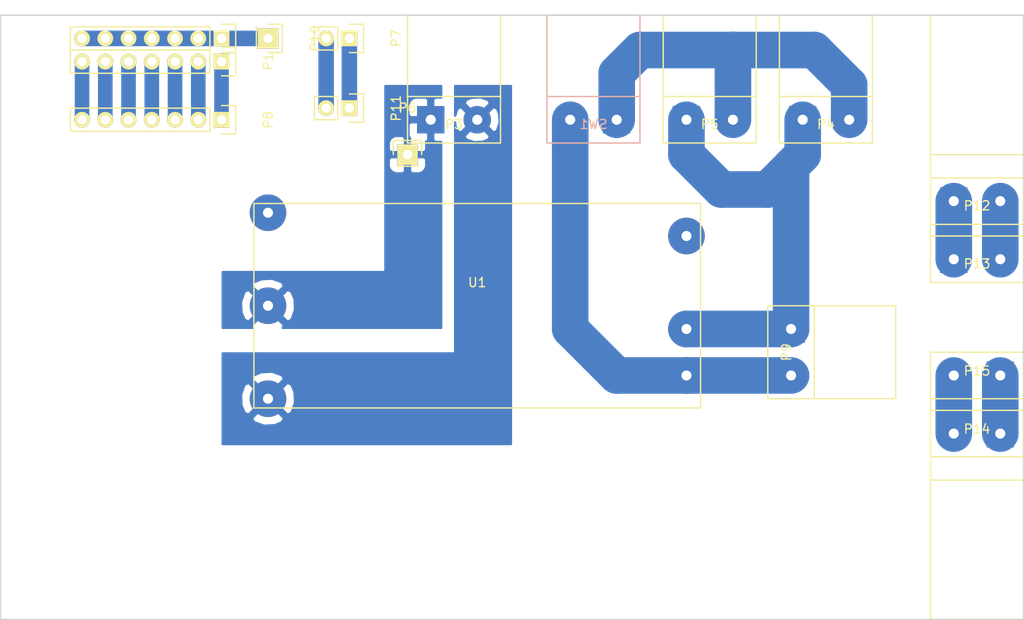
<source format=kicad_pcb>
(kicad_pcb (version 4) (host pcbnew 4.0.4-stable)

  (general
    (links 30)
    (no_connects 0)
    (area 45.644999 30.688571 158.355001 99.935001)
    (thickness 1.6)
    (drawings 4)
    (tracks 39)
    (zones 0)
    (modules 17)
    (nets 22)
  )

  (page A4)
  (layers
    (0 F.Cu signal)
    (31 B.Cu signal)
    (32 B.Adhes user)
    (33 F.Adhes user)
    (34 B.Paste user)
    (35 F.Paste user)
    (36 B.SilkS user)
    (37 F.SilkS user)
    (38 B.Mask user)
    (39 F.Mask user)
    (40 Dwgs.User user)
    (41 Cmts.User user)
    (42 Eco1.User user)
    (43 Eco2.User user)
    (44 Edge.Cuts user)
    (45 Margin user)
    (46 B.CrtYd user)
    (47 F.CrtYd user)
    (48 B.Fab user)
    (49 F.Fab user)
  )

  (setup
    (last_trace_width 1.6)
    (trace_clearance 0.8)
    (zone_clearance 0.8)
    (zone_45_only no)
    (trace_min 0.2)
    (segment_width 0.2)
    (edge_width 0.15)
    (via_size 0.6)
    (via_drill 0.4)
    (via_min_size 0.4)
    (via_min_drill 0.3)
    (uvia_size 0.3)
    (uvia_drill 0.1)
    (uvias_allowed no)
    (uvia_min_size 0.2)
    (uvia_min_drill 0.1)
    (pcb_text_width 0.3)
    (pcb_text_size 1.5 1.5)
    (mod_edge_width 0.15)
    (mod_text_size 1 1)
    (mod_text_width 0.15)
    (pad_size 1.7272 1.7272)
    (pad_drill 1.016)
    (pad_to_mask_clearance 0.2)
    (aux_axis_origin 45.72 99.06)
    (visible_elements FFFFFF7F)
    (pcbplotparams
      (layerselection 0x00000_80000000)
      (usegerberextensions false)
      (excludeedgelayer false)
      (linewidth 0.100000)
      (plotframeref false)
      (viasonmask false)
      (mode 1)
      (useauxorigin false)
      (hpglpennumber 1)
      (hpglpenspeed 20)
      (hpglpendiameter 15)
      (hpglpenoverlay 2)
      (psnegative false)
      (psa4output false)
      (plotreference false)
      (plotvalue false)
      (plotinvisibletext false)
      (padsonsilk false)
      (subtractmaskfromsilk false)
      (outputformat 1)
      (mirror false)
      (drillshape 0)
      (scaleselection 1)
      (outputdirectory ""))
  )

  (net 0 "")
  (net 1 "Net-(P1-Pad1)")
  (net 2 "Net-(P1-Pad2)")
  (net 3 "Net-(P1-Pad3)")
  (net 4 "Net-(P1-Pad4)")
  (net 5 "Net-(P1-Pad5)")
  (net 6 "Net-(P1-Pad6)")
  (net 7 "Net-(P1-Pad7)")
  (net 8 "Net-(P10-Pad1)")
  (net 9 "Net-(P11-Pad1)")
  (net 10 "Net-(P11-Pad2)")
  (net 11 "Net-(P12-Pad1)")
  (net 12 "Net-(P12-Pad2)")
  (net 13 "Net-(P14-Pad1)")
  (net 14 "Net-(P14-Pad2)")
  (net 15 "Net-(U1-Pad3)")
  (net 16 "Net-(U1-Pad6)")
  (net 17 /Vout-)
  (net 18 /Vout+)
  (net 19 /Batt-)
  (net 20 /Batt+)
  (net 21 /Vin+)

  (net_class Default "Ceci est la Netclass par défaut"
    (clearance 0.8)
    (trace_width 1.6)
    (via_dia 0.6)
    (via_drill 0.4)
    (uvia_dia 0.3)
    (uvia_drill 0.1)
    (add_net /Vout+)
    (add_net /Vout-)
    (add_net "Net-(P1-Pad1)")
    (add_net "Net-(P1-Pad2)")
    (add_net "Net-(P1-Pad3)")
    (add_net "Net-(P1-Pad4)")
    (add_net "Net-(P1-Pad5)")
    (add_net "Net-(P1-Pad6)")
    (add_net "Net-(P1-Pad7)")
    (add_net "Net-(P10-Pad1)")
    (add_net "Net-(P11-Pad1)")
    (add_net "Net-(P11-Pad2)")
    (add_net "Net-(U1-Pad3)")
    (add_net "Net-(U1-Pad6)")
  )

  (net_class Power ""
    (clearance 0.8)
    (trace_width 4)
    (via_dia 0.6)
    (via_drill 0.4)
    (uvia_dia 0.3)
    (uvia_drill 0.1)
    (add_net /Batt+)
    (add_net /Batt-)
    (add_net /Vin+)
    (add_net "Net-(P12-Pad1)")
    (add_net "Net-(P12-Pad2)")
    (add_net "Net-(P14-Pad1)")
    (add_net "Net-(P14-Pad2)")
  )

  (module robair:BornierMoteur (layer F.Cu) (tedit 58132CA6) (tstamp 58132E00)
    (at 152.4 78.74 180)
    (path /58132F6F)
    (fp_text reference P14 (at 0 0.5 180) (layer F.SilkS)
      (effects (font (size 1 1) (thickness 0.15)))
    )
    (fp_text value MOT1 (at 0 -0.5 180) (layer F.Fab)
      (effects (font (size 1 1) (thickness 0.15)))
    )
    (fp_line (start -5.08 -11.43) (end -5.08 -20.32) (layer F.SilkS) (width 0.15))
    (fp_line (start -5.08 -20.32) (end 5.08 -20.32) (layer F.SilkS) (width 0.15))
    (fp_line (start 5.08 -20.32) (end 5.08 -11.43) (layer F.SilkS) (width 0.15))
    (fp_line (start 5.08 -11.43) (end 5.08 -2.54) (layer F.SilkS) (width 0.15))
    (fp_line (start -5.08 -11.43) (end -5.08 -2.54) (layer F.SilkS) (width 0.15))
    (fp_line (start -5.08 -2.54) (end -5.08 2.54) (layer F.SilkS) (width 0.15))
    (fp_line (start -5.08 2.54) (end 5.08 2.54) (layer F.SilkS) (width 0.15))
    (fp_line (start 5.08 2.54) (end 5.08 -2.54) (layer F.SilkS) (width 0.15))
    (fp_line (start 5.08 -2.54) (end -5.08 -2.54) (layer F.SilkS) (width 0.15))
    (pad 1 thru_hole rect (at -2.54 0 180) (size 3 3) (drill 1.1) (layers *.Cu *.Mask)
      (net 13 "Net-(P14-Pad1)"))
    (pad 2 thru_hole circle (at 2.54 0 180) (size 3 3) (drill 1.1) (layers *.Cu *.Mask)
      (net 14 "Net-(P14-Pad2)"))
  )

  (module Pin_Headers:Pin_Header_Straight_1x07 (layer F.Cu) (tedit 0) (tstamp 58132D98)
    (at 69.85 38.1 270)
    (descr "Through hole pin header")
    (tags "pin header")
    (path /58133148)
    (fp_text reference P1 (at 0 -5.1 270) (layer F.SilkS)
      (effects (font (size 1 1) (thickness 0.15)))
    )
    (fp_text value AnArduinoOut (at 0 -3.1 270) (layer F.Fab)
      (effects (font (size 1 1) (thickness 0.15)))
    )
    (fp_line (start -1.75 -1.75) (end -1.75 17) (layer F.CrtYd) (width 0.05))
    (fp_line (start 1.75 -1.75) (end 1.75 17) (layer F.CrtYd) (width 0.05))
    (fp_line (start -1.75 -1.75) (end 1.75 -1.75) (layer F.CrtYd) (width 0.05))
    (fp_line (start -1.75 17) (end 1.75 17) (layer F.CrtYd) (width 0.05))
    (fp_line (start 1.27 1.27) (end 1.27 16.51) (layer F.SilkS) (width 0.15))
    (fp_line (start 1.27 16.51) (end -1.27 16.51) (layer F.SilkS) (width 0.15))
    (fp_line (start -1.27 16.51) (end -1.27 1.27) (layer F.SilkS) (width 0.15))
    (fp_line (start 1.55 -1.55) (end 1.55 0) (layer F.SilkS) (width 0.15))
    (fp_line (start 1.27 1.27) (end -1.27 1.27) (layer F.SilkS) (width 0.15))
    (fp_line (start -1.55 0) (end -1.55 -1.55) (layer F.SilkS) (width 0.15))
    (fp_line (start -1.55 -1.55) (end 1.55 -1.55) (layer F.SilkS) (width 0.15))
    (pad 1 thru_hole rect (at 0 0 270) (size 1.7272 1.7272) (drill 1.016) (layers *.Cu *.Mask F.SilkS)
      (net 1 "Net-(P1-Pad1)"))
    (pad 2 thru_hole oval (at 0 2.54 270) (size 1.7272 1.7272) (drill 1.016) (layers *.Cu *.Mask F.SilkS)
      (net 2 "Net-(P1-Pad2)"))
    (pad 3 thru_hole oval (at 0 5.08 270) (size 1.7272 1.7272) (drill 1.016) (layers *.Cu *.Mask F.SilkS)
      (net 3 "Net-(P1-Pad3)"))
    (pad 4 thru_hole oval (at 0 7.62 270) (size 1.7272 1.7272) (drill 1.016) (layers *.Cu *.Mask F.SilkS)
      (net 4 "Net-(P1-Pad4)"))
    (pad 5 thru_hole oval (at 0 10.16 270) (size 1.7272 1.7272) (drill 1.016) (layers *.Cu *.Mask F.SilkS)
      (net 5 "Net-(P1-Pad5)"))
    (pad 6 thru_hole oval (at 0 12.7 270) (size 1.7272 1.7272) (drill 1.016) (layers *.Cu *.Mask F.SilkS)
      (net 6 "Net-(P1-Pad6)"))
    (pad 7 thru_hole oval (at 0 15.24 270) (size 1.7272 1.7272) (drill 1.016) (layers *.Cu *.Mask F.SilkS)
      (net 7 "Net-(P1-Pad7)"))
    (model Pin_Headers.3dshapes/Pin_Header_Straight_1x07.wrl
      (at (xyz 0 -0.3 0))
      (scale (xyz 1 1 1))
      (rotate (xyz 0 0 90))
    )
  )

  (module Pin_Headers:Pin_Header_Straight_1x07 (layer F.Cu) (tedit 58133578) (tstamp 58132DA3)
    (at 69.85 35.56 270)
    (descr "Through hole pin header")
    (tags "pin header")
    (path /581330BF)
    (fp_text reference P2 (at 0 -5.1 270) (layer F.SilkS)
      (effects (font (size 1 1) (thickness 0.15)))
    )
    (fp_text value 5VArduino (at 0 -3.1 270) (layer F.Fab)
      (effects (font (size 1 1) (thickness 0.15)))
    )
    (fp_line (start -1.75 -1.75) (end -1.75 17) (layer F.CrtYd) (width 0.05))
    (fp_line (start 1.75 -1.75) (end 1.75 17) (layer F.CrtYd) (width 0.05))
    (fp_line (start -1.75 -1.75) (end 1.75 -1.75) (layer F.CrtYd) (width 0.05))
    (fp_line (start -1.75 17) (end 1.75 17) (layer F.CrtYd) (width 0.05))
    (fp_line (start 1.27 1.27) (end 1.27 16.51) (layer F.SilkS) (width 0.15))
    (fp_line (start 1.27 16.51) (end -1.27 16.51) (layer F.SilkS) (width 0.15))
    (fp_line (start -1.27 16.51) (end -1.27 1.27) (layer F.SilkS) (width 0.15))
    (fp_line (start 1.55 -1.55) (end 1.55 0) (layer F.SilkS) (width 0.15))
    (fp_line (start 1.27 1.27) (end -1.27 1.27) (layer F.SilkS) (width 0.15))
    (fp_line (start -1.55 0) (end -1.55 -1.55) (layer F.SilkS) (width 0.15))
    (fp_line (start -1.55 -1.55) (end 1.55 -1.55) (layer F.SilkS) (width 0.15))
    (pad 1 thru_hole rect (at 0 0 270) (size 1.7272 1.7272) (drill 1.016) (layers *.Cu *.Mask F.SilkS)
      (net 8 "Net-(P10-Pad1)"))
    (pad 2 thru_hole oval (at 0 2.54 270) (size 1.7272 1.7272) (drill 1.016) (layers *.Cu *.Mask F.SilkS)
      (net 8 "Net-(P10-Pad1)"))
    (pad 3 thru_hole oval (at 0 5.08 270) (size 1.7272 1.7272) (drill 1.016) (layers *.Cu *.Mask F.SilkS)
      (net 8 "Net-(P10-Pad1)"))
    (pad 4 thru_hole oval (at 0 7.62 270) (size 1.7272 1.7272) (drill 1.016) (layers *.Cu *.Mask F.SilkS)
      (net 8 "Net-(P10-Pad1)"))
    (pad 5 thru_hole oval (at 0 10.16 270) (size 1.7272 1.7272) (drill 1.016) (layers *.Cu *.Mask F.SilkS)
      (net 8 "Net-(P10-Pad1)"))
    (pad 6 thru_hole oval (at 0 12.7 270) (size 1.7272 1.7272) (drill 1.016) (layers *.Cu *.Mask F.SilkS)
      (net 8 "Net-(P10-Pad1)"))
    (pad 7 thru_hole oval (at 0 15.24 270) (size 1.7272 1.7272) (drill 1.016) (layers *.Cu *.Mask F.SilkS)
      (net 8 "Net-(P10-Pad1)"))
    (model Pin_Headers.3dshapes/Pin_Header_Straight_1x07.wrl
      (at (xyz 0 -0.3 0))
      (scale (xyz 1 1 1))
      (rotate (xyz 0 0 90))
    )
  )

  (module robair:Bornier5mm (layer F.Cu) (tedit 58132C20) (tstamp 58132DAF)
    (at 135.89 44.45)
    (path /580E83AB)
    (fp_text reference P4 (at 0 0.5) (layer F.SilkS)
      (effects (font (size 1 1) (thickness 0.15)))
    )
    (fp_text value Chargeur (at 0 -0.5) (layer F.Fab)
      (effects (font (size 1 1) (thickness 0.15)))
    )
    (fp_line (start -5.08 -11.43) (end 5.08 -11.43) (layer F.SilkS) (width 0.15))
    (fp_line (start 5.08 -11.43) (end 5.08 -2.54) (layer F.SilkS) (width 0.15))
    (fp_line (start -5.08 -11.43) (end -5.08 -2.54) (layer F.SilkS) (width 0.15))
    (fp_line (start -5.08 -2.54) (end -5.08 2.54) (layer F.SilkS) (width 0.15))
    (fp_line (start -5.08 2.54) (end 5.08 2.54) (layer F.SilkS) (width 0.15))
    (fp_line (start 5.08 2.54) (end 5.08 -2.54) (layer F.SilkS) (width 0.15))
    (fp_line (start 5.08 -2.54) (end -5.08 -2.54) (layer F.SilkS) (width 0.15))
    (pad 1 thru_hole rect (at -2.54 0) (size 3 3) (drill 1.1) (layers *.Cu *.Mask)
      (net 19 /Batt-))
    (pad 2 thru_hole circle (at 2.54 0) (size 3 3) (drill 1.1) (layers *.Cu *.Mask)
      (net 20 /Batt+))
  )

  (module robair:Bornier5mm (layer F.Cu) (tedit 58132C20) (tstamp 58132DB5)
    (at 123.19 44.45)
    (path /580E7176)
    (fp_text reference P5 (at 0 0.5) (layer F.SilkS)
      (effects (font (size 1 1) (thickness 0.15)))
    )
    (fp_text value Batt (at 0 -0.5) (layer F.Fab)
      (effects (font (size 1 1) (thickness 0.15)))
    )
    (fp_line (start -5.08 -11.43) (end 5.08 -11.43) (layer F.SilkS) (width 0.15))
    (fp_line (start 5.08 -11.43) (end 5.08 -2.54) (layer F.SilkS) (width 0.15))
    (fp_line (start -5.08 -11.43) (end -5.08 -2.54) (layer F.SilkS) (width 0.15))
    (fp_line (start -5.08 -2.54) (end -5.08 2.54) (layer F.SilkS) (width 0.15))
    (fp_line (start -5.08 2.54) (end 5.08 2.54) (layer F.SilkS) (width 0.15))
    (fp_line (start 5.08 2.54) (end 5.08 -2.54) (layer F.SilkS) (width 0.15))
    (fp_line (start 5.08 -2.54) (end -5.08 -2.54) (layer F.SilkS) (width 0.15))
    (pad 1 thru_hole rect (at -2.54 0) (size 3 3) (drill 1.1) (layers *.Cu *.Mask)
      (net 19 /Batt-))
    (pad 2 thru_hole circle (at 2.54 0) (size 3 3) (drill 1.1) (layers *.Cu *.Mask)
      (net 20 /Batt+))
  )

  (module Pin_Headers:Pin_Header_Straight_1x01 (layer F.Cu) (tedit 54EA08DC) (tstamp 58132DBA)
    (at 90.17 48.26)
    (descr "Through hole pin header")
    (tags "pin header")
    (path /580E9830)
    (fp_text reference P6 (at 0 -5.1) (layer F.SilkS)
      (effects (font (size 1 1) (thickness 0.15)))
    )
    (fp_text value "Arduino GND" (at 0 -3.1) (layer F.Fab)
      (effects (font (size 1 1) (thickness 0.15)))
    )
    (fp_line (start 1.55 -1.55) (end 1.55 0) (layer F.SilkS) (width 0.15))
    (fp_line (start -1.75 -1.75) (end -1.75 1.75) (layer F.CrtYd) (width 0.05))
    (fp_line (start 1.75 -1.75) (end 1.75 1.75) (layer F.CrtYd) (width 0.05))
    (fp_line (start -1.75 -1.75) (end 1.75 -1.75) (layer F.CrtYd) (width 0.05))
    (fp_line (start -1.75 1.75) (end 1.75 1.75) (layer F.CrtYd) (width 0.05))
    (fp_line (start -1.55 0) (end -1.55 -1.55) (layer F.SilkS) (width 0.15))
    (fp_line (start -1.55 -1.55) (end 1.55 -1.55) (layer F.SilkS) (width 0.15))
    (fp_line (start -1.27 1.27) (end 1.27 1.27) (layer F.SilkS) (width 0.15))
    (pad 1 thru_hole rect (at 0 0) (size 2.2352 2.2352) (drill 1.016) (layers *.Cu *.Mask F.SilkS)
      (net 17 /Vout-))
    (model Pin_Headers.3dshapes/Pin_Header_Straight_1x01.wrl
      (at (xyz 0 0 0))
      (scale (xyz 1 1 1))
      (rotate (xyz 0 0 90))
    )
  )

  (module Pin_Headers:Pin_Header_Straight_1x02 (layer F.Cu) (tedit 54EA090C) (tstamp 58132DC0)
    (at 83.82 35.56 270)
    (descr "Through hole pin header")
    (tags "pin header")
    (path /58132636)
    (fp_text reference P7 (at 0 -5.1 270) (layer F.SilkS)
      (effects (font (size 1 1) (thickness 0.15)))
    )
    (fp_text value PWM/Yeux (at 0 -3.1 270) (layer F.Fab)
      (effects (font (size 1 1) (thickness 0.15)))
    )
    (fp_line (start 1.27 1.27) (end 1.27 3.81) (layer F.SilkS) (width 0.15))
    (fp_line (start 1.55 -1.55) (end 1.55 0) (layer F.SilkS) (width 0.15))
    (fp_line (start -1.75 -1.75) (end -1.75 4.3) (layer F.CrtYd) (width 0.05))
    (fp_line (start 1.75 -1.75) (end 1.75 4.3) (layer F.CrtYd) (width 0.05))
    (fp_line (start -1.75 -1.75) (end 1.75 -1.75) (layer F.CrtYd) (width 0.05))
    (fp_line (start -1.75 4.3) (end 1.75 4.3) (layer F.CrtYd) (width 0.05))
    (fp_line (start 1.27 1.27) (end -1.27 1.27) (layer F.SilkS) (width 0.15))
    (fp_line (start -1.55 0) (end -1.55 -1.55) (layer F.SilkS) (width 0.15))
    (fp_line (start -1.55 -1.55) (end 1.55 -1.55) (layer F.SilkS) (width 0.15))
    (fp_line (start -1.27 1.27) (end -1.27 3.81) (layer F.SilkS) (width 0.15))
    (fp_line (start -1.27 3.81) (end 1.27 3.81) (layer F.SilkS) (width 0.15))
    (pad 1 thru_hole rect (at 0 0 270) (size 1.7272 1.7272) (drill 1.016) (layers *.Cu *.Mask F.SilkS)
      (net 9 "Net-(P11-Pad1)"))
    (pad 2 thru_hole oval (at 0 2.54 270) (size 1.7272 1.7272) (drill 1.016) (layers *.Cu *.Mask F.SilkS)
      (net 10 "Net-(P11-Pad2)"))
    (model Pin_Headers.3dshapes/Pin_Header_Straight_1x02.wrl
      (at (xyz 0 -0.05 0))
      (scale (xyz 1 1 1))
      (rotate (xyz 0 0 90))
    )
  )

  (module Pin_Headers:Pin_Header_Straight_1x07 (layer F.Cu) (tedit 0) (tstamp 58132DCB)
    (at 69.85 44.45 270)
    (descr "Through hole pin header")
    (tags "pin header")
    (path /581331A1)
    (fp_text reference P8 (at 0 -5.1 270) (layer F.SilkS)
      (effects (font (size 1 1) (thickness 0.15)))
    )
    (fp_text value AnArduinoIn (at 0 -3.1 270) (layer F.Fab)
      (effects (font (size 1 1) (thickness 0.15)))
    )
    (fp_line (start -1.75 -1.75) (end -1.75 17) (layer F.CrtYd) (width 0.05))
    (fp_line (start 1.75 -1.75) (end 1.75 17) (layer F.CrtYd) (width 0.05))
    (fp_line (start -1.75 -1.75) (end 1.75 -1.75) (layer F.CrtYd) (width 0.05))
    (fp_line (start -1.75 17) (end 1.75 17) (layer F.CrtYd) (width 0.05))
    (fp_line (start 1.27 1.27) (end 1.27 16.51) (layer F.SilkS) (width 0.15))
    (fp_line (start 1.27 16.51) (end -1.27 16.51) (layer F.SilkS) (width 0.15))
    (fp_line (start -1.27 16.51) (end -1.27 1.27) (layer F.SilkS) (width 0.15))
    (fp_line (start 1.55 -1.55) (end 1.55 0) (layer F.SilkS) (width 0.15))
    (fp_line (start 1.27 1.27) (end -1.27 1.27) (layer F.SilkS) (width 0.15))
    (fp_line (start -1.55 0) (end -1.55 -1.55) (layer F.SilkS) (width 0.15))
    (fp_line (start -1.55 -1.55) (end 1.55 -1.55) (layer F.SilkS) (width 0.15))
    (pad 1 thru_hole rect (at 0 0 270) (size 1.7272 1.7272) (drill 1.016) (layers *.Cu *.Mask F.SilkS)
      (net 1 "Net-(P1-Pad1)"))
    (pad 2 thru_hole oval (at 0 2.54 270) (size 1.7272 1.7272) (drill 1.016) (layers *.Cu *.Mask F.SilkS)
      (net 2 "Net-(P1-Pad2)"))
    (pad 3 thru_hole oval (at 0 5.08 270) (size 1.7272 1.7272) (drill 1.016) (layers *.Cu *.Mask F.SilkS)
      (net 3 "Net-(P1-Pad3)"))
    (pad 4 thru_hole oval (at 0 7.62 270) (size 1.7272 1.7272) (drill 1.016) (layers *.Cu *.Mask F.SilkS)
      (net 4 "Net-(P1-Pad4)"))
    (pad 5 thru_hole oval (at 0 10.16 270) (size 1.7272 1.7272) (drill 1.016) (layers *.Cu *.Mask F.SilkS)
      (net 5 "Net-(P1-Pad5)"))
    (pad 6 thru_hole oval (at 0 12.7 270) (size 1.7272 1.7272) (drill 1.016) (layers *.Cu *.Mask F.SilkS)
      (net 6 "Net-(P1-Pad6)"))
    (pad 7 thru_hole oval (at 0 15.24 270) (size 1.7272 1.7272) (drill 1.016) (layers *.Cu *.Mask F.SilkS)
      (net 7 "Net-(P1-Pad7)"))
    (model Pin_Headers.3dshapes/Pin_Header_Straight_1x07.wrl
      (at (xyz 0 -0.3 0))
      (scale (xyz 1 1 1))
      (rotate (xyz 0 0 90))
    )
  )

  (module robair:Bornier5mm (layer F.Cu) (tedit 58132C20) (tstamp 58132DD1)
    (at 132.08 69.85 270)
    (path /5812FBFC)
    (fp_text reference P9 (at 0 0.5 270) (layer F.SilkS)
      (effects (font (size 1 1) (thickness 0.15)))
    )
    (fp_text value MD49 (at 0 -0.5 270) (layer F.Fab)
      (effects (font (size 1 1) (thickness 0.15)))
    )
    (fp_line (start -5.08 -11.43) (end 5.08 -11.43) (layer F.SilkS) (width 0.15))
    (fp_line (start 5.08 -11.43) (end 5.08 -2.54) (layer F.SilkS) (width 0.15))
    (fp_line (start -5.08 -11.43) (end -5.08 -2.54) (layer F.SilkS) (width 0.15))
    (fp_line (start -5.08 -2.54) (end -5.08 2.54) (layer F.SilkS) (width 0.15))
    (fp_line (start -5.08 2.54) (end 5.08 2.54) (layer F.SilkS) (width 0.15))
    (fp_line (start 5.08 2.54) (end 5.08 -2.54) (layer F.SilkS) (width 0.15))
    (fp_line (start 5.08 -2.54) (end -5.08 -2.54) (layer F.SilkS) (width 0.15))
    (pad 1 thru_hole rect (at -2.54 0 270) (size 3 3) (drill 1.1) (layers *.Cu *.Mask)
      (net 19 /Batt-))
    (pad 2 thru_hole circle (at 2.54 0 270) (size 3 3) (drill 1.1) (layers *.Cu *.Mask)
      (net 21 /Vin+))
  )

  (module Pin_Headers:Pin_Header_Straight_1x01 (layer F.Cu) (tedit 54EA08DC) (tstamp 58132DD6)
    (at 74.93 35.56 270)
    (descr "Through hole pin header")
    (tags "pin header")
    (path /58133235)
    (fp_text reference P10 (at 0 -5.1 270) (layer F.SilkS)
      (effects (font (size 1 1) (thickness 0.15)))
    )
    (fp_text value "Arduino 5V" (at 0 -3.1 270) (layer F.Fab)
      (effects (font (size 1 1) (thickness 0.15)))
    )
    (fp_line (start 1.55 -1.55) (end 1.55 0) (layer F.SilkS) (width 0.15))
    (fp_line (start -1.75 -1.75) (end -1.75 1.75) (layer F.CrtYd) (width 0.05))
    (fp_line (start 1.75 -1.75) (end 1.75 1.75) (layer F.CrtYd) (width 0.05))
    (fp_line (start -1.75 -1.75) (end 1.75 -1.75) (layer F.CrtYd) (width 0.05))
    (fp_line (start -1.75 1.75) (end 1.75 1.75) (layer F.CrtYd) (width 0.05))
    (fp_line (start -1.55 0) (end -1.55 -1.55) (layer F.SilkS) (width 0.15))
    (fp_line (start -1.55 -1.55) (end 1.55 -1.55) (layer F.SilkS) (width 0.15))
    (fp_line (start -1.27 1.27) (end 1.27 1.27) (layer F.SilkS) (width 0.15))
    (pad 1 thru_hole rect (at 0 0 270) (size 2.2352 2.2352) (drill 1.016) (layers *.Cu *.Mask F.SilkS)
      (net 8 "Net-(P10-Pad1)"))
    (model Pin_Headers.3dshapes/Pin_Header_Straight_1x01.wrl
      (at (xyz 0 0 0))
      (scale (xyz 1 1 1))
      (rotate (xyz 0 0 90))
    )
  )

  (module Pin_Headers:Pin_Header_Straight_1x02 (layer F.Cu) (tedit 58133835) (tstamp 58132DDC)
    (at 83.82 43.18 270)
    (descr "Through hole pin header")
    (tags "pin header")
    (path /58132684)
    (fp_text reference P11 (at 0 -5.1 270) (layer F.SilkS)
      (effects (font (size 1 1) (thickness 0.15)))
    )
    (fp_text value "Arduino S/Y" (at 0 -3.1 270) (layer F.Fab)
      (effects (font (size 1 1) (thickness 0.15)))
    )
    (fp_line (start 1.27 1.27) (end 1.27 3.81) (layer F.SilkS) (width 0.15))
    (fp_line (start 1.55 -1.55) (end 1.55 0) (layer F.SilkS) (width 0.15))
    (fp_line (start -1.75 -1.75) (end -1.75 4.3) (layer F.CrtYd) (width 0.05))
    (fp_line (start 1.75 -1.75) (end 1.75 4.3) (layer F.CrtYd) (width 0.05))
    (fp_line (start -1.75 -1.75) (end 1.75 -1.75) (layer F.CrtYd) (width 0.05))
    (fp_line (start -1.75 4.3) (end 1.75 4.3) (layer F.CrtYd) (width 0.05))
    (fp_line (start 1.27 1.27) (end -1.27 1.27) (layer F.SilkS) (width 0.15))
    (fp_line (start -1.55 0) (end -1.55 -1.55) (layer F.SilkS) (width 0.15))
    (fp_line (start -1.55 -1.55) (end 1.55 -1.55) (layer F.SilkS) (width 0.15))
    (fp_line (start -1.27 1.27) (end -1.27 3.81) (layer F.SilkS) (width 0.15))
    (fp_line (start -1.27 3.81) (end 1.27 3.81) (layer F.SilkS) (width 0.15))
    (pad 1 thru_hole rect (at 0 0 270) (size 1.7272 1.7272) (drill 1.016) (layers *.Cu *.Mask F.SilkS)
      (net 9 "Net-(P11-Pad1)"))
    (pad 2 thru_hole oval (at 0 2.54 270) (size 1.7272 1.7272) (drill 1.016) (layers *.Cu *.Mask F.SilkS)
      (net 10 "Net-(P11-Pad2)"))
    (model Pin_Headers.3dshapes/Pin_Header_Straight_1x02.wrl
      (at (xyz 0 -0.05 0))
      (scale (xyz 1 1 1))
      (rotate (xyz 0 0 90))
    )
  )

  (module robair:BornierMoteur (layer F.Cu) (tedit 58132CA6) (tstamp 58132DEB)
    (at 152.4 53.34)
    (path /58132EB3)
    (fp_text reference P12 (at 0 0.5) (layer F.SilkS)
      (effects (font (size 1 1) (thickness 0.15)))
    )
    (fp_text value MOT2 (at 0 -0.5) (layer F.Fab)
      (effects (font (size 1 1) (thickness 0.15)))
    )
    (fp_line (start -5.08 -11.43) (end -5.08 -20.32) (layer F.SilkS) (width 0.15))
    (fp_line (start -5.08 -20.32) (end 5.08 -20.32) (layer F.SilkS) (width 0.15))
    (fp_line (start 5.08 -20.32) (end 5.08 -11.43) (layer F.SilkS) (width 0.15))
    (fp_line (start 5.08 -11.43) (end 5.08 -2.54) (layer F.SilkS) (width 0.15))
    (fp_line (start -5.08 -11.43) (end -5.08 -2.54) (layer F.SilkS) (width 0.15))
    (fp_line (start -5.08 -2.54) (end -5.08 2.54) (layer F.SilkS) (width 0.15))
    (fp_line (start -5.08 2.54) (end 5.08 2.54) (layer F.SilkS) (width 0.15))
    (fp_line (start 5.08 2.54) (end 5.08 -2.54) (layer F.SilkS) (width 0.15))
    (fp_line (start 5.08 -2.54) (end -5.08 -2.54) (layer F.SilkS) (width 0.15))
    (pad 1 thru_hole rect (at -2.54 0) (size 3 3) (drill 1.1) (layers *.Cu *.Mask)
      (net 11 "Net-(P12-Pad1)"))
    (pad 2 thru_hole circle (at 2.54 0) (size 3 3) (drill 1.1) (layers *.Cu *.Mask)
      (net 12 "Net-(P12-Pad2)"))
  )

  (module robair:Bornier5mm (layer F.Cu) (tedit 58132C20) (tstamp 58132DF1)
    (at 152.4 59.69)
    (path /58132DA5)
    (fp_text reference P13 (at 0 0.5) (layer F.SilkS)
      (effects (font (size 1 1) (thickness 0.15)))
    )
    (fp_text value MOT2 (at 0 -0.5) (layer F.Fab)
      (effects (font (size 1 1) (thickness 0.15)))
    )
    (fp_line (start -5.08 -11.43) (end 5.08 -11.43) (layer F.SilkS) (width 0.15))
    (fp_line (start 5.08 -11.43) (end 5.08 -2.54) (layer F.SilkS) (width 0.15))
    (fp_line (start -5.08 -11.43) (end -5.08 -2.54) (layer F.SilkS) (width 0.15))
    (fp_line (start -5.08 -2.54) (end -5.08 2.54) (layer F.SilkS) (width 0.15))
    (fp_line (start -5.08 2.54) (end 5.08 2.54) (layer F.SilkS) (width 0.15))
    (fp_line (start 5.08 2.54) (end 5.08 -2.54) (layer F.SilkS) (width 0.15))
    (fp_line (start 5.08 -2.54) (end -5.08 -2.54) (layer F.SilkS) (width 0.15))
    (pad 1 thru_hole rect (at -2.54 0) (size 3 3) (drill 1.1) (layers *.Cu *.Mask)
      (net 11 "Net-(P12-Pad1)"))
    (pad 2 thru_hole circle (at 2.54 0) (size 3 3) (drill 1.1) (layers *.Cu *.Mask)
      (net 12 "Net-(P12-Pad2)"))
  )

  (module robair:Bornier5mm (layer F.Cu) (tedit 58132C20) (tstamp 58132E06)
    (at 152.4 72.39 180)
    (path /58132C46)
    (fp_text reference P15 (at 0 0.5 180) (layer F.SilkS)
      (effects (font (size 1 1) (thickness 0.15)))
    )
    (fp_text value MOT1 (at 0 -0.5 180) (layer F.Fab)
      (effects (font (size 1 1) (thickness 0.15)))
    )
    (fp_line (start -5.08 -11.43) (end 5.08 -11.43) (layer F.SilkS) (width 0.15))
    (fp_line (start 5.08 -11.43) (end 5.08 -2.54) (layer F.SilkS) (width 0.15))
    (fp_line (start -5.08 -11.43) (end -5.08 -2.54) (layer F.SilkS) (width 0.15))
    (fp_line (start -5.08 -2.54) (end -5.08 2.54) (layer F.SilkS) (width 0.15))
    (fp_line (start -5.08 2.54) (end 5.08 2.54) (layer F.SilkS) (width 0.15))
    (fp_line (start 5.08 2.54) (end 5.08 -2.54) (layer F.SilkS) (width 0.15))
    (fp_line (start 5.08 -2.54) (end -5.08 -2.54) (layer F.SilkS) (width 0.15))
    (pad 1 thru_hole rect (at -2.54 0 180) (size 3 3) (drill 1.1) (layers *.Cu *.Mask)
      (net 13 "Net-(P14-Pad1)"))
    (pad 2 thru_hole circle (at 2.54 0 180) (size 3 3) (drill 1.1) (layers *.Cu *.Mask)
      (net 14 "Net-(P14-Pad2)"))
  )

  (module robair:Bornier5mm (layer B.Cu) (tedit 58132C20) (tstamp 58132E0C)
    (at 110.49 44.45 180)
    (path /580E8376)
    (fp_text reference SW1 (at 0 -0.5 180) (layer B.SilkS)
      (effects (font (size 1 1) (thickness 0.15)) (justify mirror))
    )
    (fp_text value SPST (at 0 0.5 180) (layer B.Fab)
      (effects (font (size 1 1) (thickness 0.15)) (justify mirror))
    )
    (fp_line (start -5.08 11.43) (end 5.08 11.43) (layer B.SilkS) (width 0.15))
    (fp_line (start 5.08 11.43) (end 5.08 2.54) (layer B.SilkS) (width 0.15))
    (fp_line (start -5.08 11.43) (end -5.08 2.54) (layer B.SilkS) (width 0.15))
    (fp_line (start -5.08 2.54) (end -5.08 -2.54) (layer B.SilkS) (width 0.15))
    (fp_line (start -5.08 -2.54) (end 5.08 -2.54) (layer B.SilkS) (width 0.15))
    (fp_line (start 5.08 -2.54) (end 5.08 2.54) (layer B.SilkS) (width 0.15))
    (fp_line (start 5.08 2.54) (end -5.08 2.54) (layer B.SilkS) (width 0.15))
    (pad 1 thru_hole rect (at -2.54 0 180) (size 3 3) (drill 1.1) (layers *.Cu *.Mask)
      (net 20 /Batt+))
    (pad 2 thru_hole circle (at 2.54 0 180) (size 3 3) (drill 1.1) (layers *.Cu *.Mask)
      (net 21 /Vin+))
  )

  (module robair:UEI30-050-Q12P-C (layer F.Cu) (tedit 580F7BD8) (tstamp 58132E16)
    (at 97.79 64.77)
    (path /580E8F18)
    (fp_text reference U1 (at 0 -2.54) (layer F.SilkS)
      (effects (font (size 1 1) (thickness 0.15)))
    )
    (fp_text value UEI30-050-Q12P-C (at 0 -3.81) (layer F.Fab)
      (effects (font (size 1 1) (thickness 0.15)))
    )
    (fp_line (start -24.4 0.08) (end -24.4 -11.17) (layer F.SilkS) (width 0.15))
    (fp_line (start -24.4 -11.17) (end 24.4 -11.17) (layer F.SilkS) (width 0.15))
    (fp_line (start 24.4 -11.17) (end 24.4 11.17) (layer F.SilkS) (width 0.15))
    (fp_line (start 24.4 11.17) (end -24.4 11.17) (layer F.SilkS) (width 0.15))
    (fp_line (start -24.4 11.17) (end -24.4 0) (layer F.SilkS) (width 0.15))
    (pad 5 thru_hole circle (at -22.86 0) (size 4 4) (drill 1.1) (layers *.Cu *.Mask)
      (net 17 /Vout-))
    (pad 2 thru_hole circle (at 22.86 2.54) (size 4 4) (drill 1.1) (layers *.Cu *.Mask)
      (net 19 /Batt-))
    (pad 1 thru_hole circle (at 22.86 7.62) (size 4 4) (drill 1.1) (layers *.Cu *.Mask)
      (net 21 /Vin+))
    (pad 3 thru_hole circle (at 22.86 -7.62) (size 4 4) (drill 1.1) (layers *.Cu *.Mask)
      (net 15 "Net-(U1-Pad3)"))
    (pad 6 thru_hole circle (at -22.86 -10.16) (size 4 4) (drill 1.1) (layers *.Cu *.Mask)
      (net 16 "Net-(U1-Pad6)"))
    (pad 4 thru_hole circle (at -22.86 10.16) (size 4 4) (drill 1.1) (layers *.Cu *.Mask)
      (net 18 /Vout+))
  )

  (module robair:Bornier5mm (layer F.Cu) (tedit 58132C20) (tstamp 581334AD)
    (at 95.25 44.45)
    (path /580E71DF)
    (fp_text reference P3 (at 0 0.5) (layer F.SilkS)
      (effects (font (size 1 1) (thickness 0.15)))
    )
    (fp_text value "5V haut" (at 0 -0.5) (layer F.Fab)
      (effects (font (size 1 1) (thickness 0.15)))
    )
    (fp_line (start -5.08 -11.43) (end 5.08 -11.43) (layer F.SilkS) (width 0.15))
    (fp_line (start 5.08 -11.43) (end 5.08 -2.54) (layer F.SilkS) (width 0.15))
    (fp_line (start -5.08 -11.43) (end -5.08 -2.54) (layer F.SilkS) (width 0.15))
    (fp_line (start -5.08 -2.54) (end -5.08 2.54) (layer F.SilkS) (width 0.15))
    (fp_line (start -5.08 2.54) (end 5.08 2.54) (layer F.SilkS) (width 0.15))
    (fp_line (start 5.08 2.54) (end 5.08 -2.54) (layer F.SilkS) (width 0.15))
    (fp_line (start 5.08 -2.54) (end -5.08 -2.54) (layer F.SilkS) (width 0.15))
    (pad 1 thru_hole rect (at -2.54 0) (size 3 3) (drill 1.1) (layers *.Cu *.Mask)
      (net 17 /Vout-))
    (pad 2 thru_hole circle (at 2.54 0) (size 3 3) (drill 1.1) (layers *.Cu *.Mask)
      (net 18 /Vout+))
  )

  (gr_line (start 45.72 99.06) (end 45.72 33.02) (angle 90) (layer Edge.Cuts) (width 0.15))
  (gr_line (start 157.48 99.06) (end 45.72 99.06) (angle 90) (layer Edge.Cuts) (width 0.15))
  (gr_line (start 157.48 33.02) (end 157.48 99.06) (angle 90) (layer Edge.Cuts) (width 0.15))
  (gr_line (start 45.72 33.02) (end 157.48 33.02) (angle 90) (layer Edge.Cuts) (width 0.15))

  (segment (start 69.85 44.45) (end 69.85 38.1) (width 1.6) (layer B.Cu) (net 1))
  (segment (start 67.31 44.45) (end 67.31 38.1) (width 1.6) (layer B.Cu) (net 2))
  (segment (start 64.77 44.45) (end 64.77 38.1) (width 1.6) (layer B.Cu) (net 3))
  (segment (start 62.23 44.45) (end 62.23 38.1) (width 1.6) (layer B.Cu) (net 4))
  (segment (start 59.69 38.1) (end 59.69 44.45) (width 1.6) (layer B.Cu) (net 5))
  (segment (start 57.15 38.1) (end 57.15 44.45) (width 1.6) (layer B.Cu) (net 6))
  (segment (start 54.61 44.45) (end 54.61 38.1) (width 1.6) (layer B.Cu) (net 7))
  (segment (start 54.61 35.56) (end 57.15 35.56) (width 1.7) (layer B.Cu) (net 8))
  (segment (start 59.69 35.56) (end 57.15 35.56) (width 1.7) (layer B.Cu) (net 8))
  (segment (start 62.23 35.56) (end 59.69 35.56) (width 1.7) (layer B.Cu) (net 8))
  (segment (start 64.77 35.56) (end 62.23 35.56) (width 1.7) (layer B.Cu) (net 8))
  (segment (start 67.31 35.56) (end 64.77 35.56) (width 1.7) (layer B.Cu) (net 8))
  (segment (start 74.93 35.56) (end 69.85 35.56) (width 1.7) (layer B.Cu) (net 8))
  (segment (start 69.85 35.56) (end 67.31 35.56) (width 1.7) (layer B.Cu) (net 8) (tstamp 5813393E))
  (segment (start 83.82 43.18) (end 83.82 35.56) (width 1.7) (layer B.Cu) (net 9))
  (segment (start 81.28 35.56) (end 81.28 43.18) (width 1.7) (layer B.Cu) (net 10))
  (segment (start 149.86 53.34) (end 149.86 59.69) (width 4) (layer B.Cu) (net 11))
  (segment (start 154.94 53.34) (end 154.94 59.69) (width 4) (layer B.Cu) (net 12))
  (segment (start 154.94 78.74) (end 154.94 72.39) (width 4) (layer B.Cu) (net 13))
  (segment (start 149.86 72.39) (end 149.86 78.74) (width 4) (layer B.Cu) (net 14))
  (segment (start 120.65 44.45) (end 120.65 48.26) (width 4) (layer B.Cu) (net 19))
  (segment (start 129.54 52.07) (end 133.35 48.26) (width 4) (layer B.Cu) (net 19) (tstamp 581331F0))
  (segment (start 124.46 52.07) (end 129.54 52.07) (width 4) (layer B.Cu) (net 19) (tstamp 581331E8))
  (segment (start 120.65 48.26) (end 124.46 52.07) (width 4) (layer B.Cu) (net 19) (tstamp 581331E3))
  (segment (start 132.08 67.31) (end 132.08 49.53) (width 4) (layer B.Cu) (net 19))
  (segment (start 133.35 48.26) (end 133.35 44.45) (width 4) (layer B.Cu) (net 19) (tstamp 581331F7))
  (segment (start 132.08 49.53) (end 133.35 48.26) (width 4) (layer B.Cu) (net 19) (tstamp 581331FD))
  (segment (start 132.08 67.31) (end 120.65 67.31) (width 4) (layer B.Cu) (net 19))
  (segment (start 125.73 44.45) (end 125.73 36.83) (width 4) (layer B.Cu) (net 20))
  (segment (start 113.03 44.45) (end 113.03 39.37) (width 4) (layer B.Cu) (net 20))
  (segment (start 113.03 39.37) (end 115.57 36.83) (width 4) (layer B.Cu) (net 20) (tstamp 5813320F))
  (segment (start 115.57 36.83) (end 125.73 36.83) (width 4) (layer B.Cu) (net 20) (tstamp 58133212))
  (segment (start 138.43 40.64) (end 138.43 44.45) (width 4) (layer B.Cu) (net 20) (tstamp 58133217))
  (segment (start 134.62 36.83) (end 138.43 40.64) (width 4) (layer B.Cu) (net 20) (tstamp 58133214))
  (segment (start 125.73 36.83) (end 134.62 36.83) (width 4) (layer B.Cu) (net 20) (tstamp 5813321C))
  (segment (start 120.65 72.39) (end 113.03 72.39) (width 4) (layer B.Cu) (net 21))
  (segment (start 107.95 67.31) (end 107.95 44.45) (width 4) (layer B.Cu) (net 21) (tstamp 5813320A))
  (segment (start 113.03 72.39) (end 107.95 67.31) (width 4) (layer B.Cu) (net 21) (tstamp 58133207))
  (segment (start 120.65 72.39) (end 132.08 72.39) (width 4) (layer B.Cu) (net 21))

  (zone (net 18) (net_name /Vout+) (layer B.Cu) (tstamp 581337B1) (hatch edge 0.508)
    (connect_pads (clearance 0.8))
    (min_thickness 0.254)
    (fill yes (arc_segments 16) (thermal_gap 0.8) (thermal_bridge_width 0.8))
    (polygon
      (pts
        (xy 101.6 80.01) (xy 69.85 80.01) (xy 69.85 69.85) (xy 95.25 69.85) (xy 95.25 40.64)
        (xy 101.6 40.64)
      )
    )
    (filled_polygon
      (pts
        (xy 101.473 79.883) (xy 69.977 79.883) (xy 69.977 77.059821) (xy 73.186259 77.059821) (xy 73.404064 77.494726)
        (xy 74.501698 77.883449) (xy 75.664535 77.822535) (xy 76.455936 77.494726) (xy 76.673741 77.059821) (xy 74.93 75.31608)
        (xy 73.186259 77.059821) (xy 69.977 77.059821) (xy 69.977 74.501698) (xy 71.976551 74.501698) (xy 72.037465 75.664535)
        (xy 72.365274 76.455936) (xy 72.800179 76.673741) (xy 74.54392 74.93) (xy 75.31608 74.93) (xy 77.059821 76.673741)
        (xy 77.494726 76.455936) (xy 77.883449 75.358302) (xy 77.822535 74.195465) (xy 77.494726 73.404064) (xy 77.059821 73.186259)
        (xy 75.31608 74.93) (xy 74.54392 74.93) (xy 72.800179 73.186259) (xy 72.365274 73.404064) (xy 71.976551 74.501698)
        (xy 69.977 74.501698) (xy 69.977 72.800179) (xy 73.186259 72.800179) (xy 74.93 74.54392) (xy 76.673741 72.800179)
        (xy 76.455936 72.365274) (xy 75.358302 71.976551) (xy 74.195465 72.037465) (xy 73.404064 72.365274) (xy 73.186259 72.800179)
        (xy 69.977 72.800179) (xy 69.977 69.977) (xy 95.25 69.977) (xy 95.29941 69.966994) (xy 95.341035 69.938553)
        (xy 95.368315 69.896159) (xy 95.377 69.85) (xy 95.377 46.217145) (xy 96.408935 46.217145) (xy 96.565237 46.600197)
        (xy 97.481312 46.90522) (xy 98.444381 46.836457) (xy 99.014763 46.600197) (xy 99.171065 46.217145) (xy 97.79 44.83608)
        (xy 96.408935 46.217145) (xy 95.377 46.217145) (xy 95.377 44.73263) (xy 95.403543 45.104381) (xy 95.639803 45.674763)
        (xy 96.022855 45.831065) (xy 97.40392 44.45) (xy 98.17608 44.45) (xy 99.557145 45.831065) (xy 99.940197 45.674763)
        (xy 100.24522 44.758688) (xy 100.176457 43.795619) (xy 99.940197 43.225237) (xy 99.557145 43.068935) (xy 98.17608 44.45)
        (xy 97.40392 44.45) (xy 96.022855 43.068935) (xy 95.639803 43.225237) (xy 95.377 44.014513) (xy 95.377 42.682855)
        (xy 96.408935 42.682855) (xy 97.79 44.06392) (xy 99.171065 42.682855) (xy 99.014763 42.299803) (xy 98.098688 41.99478)
        (xy 97.135619 42.063543) (xy 96.565237 42.299803) (xy 96.408935 42.682855) (xy 95.377 42.682855) (xy 95.377 40.767)
        (xy 101.473 40.767)
      )
    )
  )
  (zone (net 17) (net_name /Vout-) (layer B.Cu) (tstamp 581337D2) (hatch edge 0.508)
    (connect_pads (clearance 0.8))
    (min_thickness 0.254)
    (fill yes (arc_segments 16) (thermal_gap 0.8) (thermal_bridge_width 0.8))
    (polygon
      (pts
        (xy 93.98 67.31) (xy 69.85 67.31) (xy 69.85 60.96) (xy 87.63 60.96) (xy 87.63 40.64)
        (xy 93.98 40.64)
      )
    )
    (filled_polygon
      (pts
        (xy 93.853 42.023) (xy 93.21475 42.023) (xy 92.983 42.25475) (xy 92.983 44.177) (xy 93.003 44.177)
        (xy 93.003 44.723) (xy 92.983 44.723) (xy 92.983 46.64525) (xy 93.21475 46.877) (xy 93.853 46.877)
        (xy 93.853 67.183) (xy 76.531922 67.183) (xy 76.673741 66.899821) (xy 74.93 65.15608) (xy 73.186259 66.899821)
        (xy 73.328078 67.183) (xy 69.977 67.183) (xy 69.977 64.341698) (xy 71.976551 64.341698) (xy 72.037465 65.504535)
        (xy 72.365274 66.295936) (xy 72.800179 66.513741) (xy 74.54392 64.77) (xy 75.31608 64.77) (xy 77.059821 66.513741)
        (xy 77.494726 66.295936) (xy 77.883449 65.198302) (xy 77.822535 64.035465) (xy 77.494726 63.244064) (xy 77.059821 63.026259)
        (xy 75.31608 64.77) (xy 74.54392 64.77) (xy 72.800179 63.026259) (xy 72.365274 63.244064) (xy 71.976551 64.341698)
        (xy 69.977 64.341698) (xy 69.977 62.640179) (xy 73.186259 62.640179) (xy 74.93 64.38392) (xy 76.673741 62.640179)
        (xy 76.455936 62.205274) (xy 75.358302 61.816551) (xy 74.195465 61.877465) (xy 73.404064 62.205274) (xy 73.186259 62.640179)
        (xy 69.977 62.640179) (xy 69.977 61.087) (xy 87.63 61.087) (xy 87.67941 61.076994) (xy 87.721035 61.048553)
        (xy 87.748315 61.006159) (xy 87.757 60.96) (xy 87.757 48.76475) (xy 88.1254 48.76475) (xy 88.1254 49.561992)
        (xy 88.266527 49.902703) (xy 88.527296 50.163473) (xy 88.868008 50.3046) (xy 89.66525 50.3046) (xy 89.897 50.07285)
        (xy 89.897 48.533) (xy 90.443 48.533) (xy 90.443 50.07285) (xy 90.67475 50.3046) (xy 91.471992 50.3046)
        (xy 91.812704 50.163473) (xy 92.073473 49.902703) (xy 92.2146 49.561992) (xy 92.2146 48.76475) (xy 91.98285 48.533)
        (xy 90.443 48.533) (xy 89.897 48.533) (xy 88.35715 48.533) (xy 88.1254 48.76475) (xy 87.757 48.76475)
        (xy 87.757 46.958008) (xy 88.1254 46.958008) (xy 88.1254 47.75525) (xy 88.35715 47.987) (xy 89.897 47.987)
        (xy 89.897 46.44715) (xy 89.66525 46.2154) (xy 88.868008 46.2154) (xy 88.527296 46.356527) (xy 88.266527 46.617297)
        (xy 88.1254 46.958008) (xy 87.757 46.958008) (xy 87.757 44.95475) (xy 90.283 44.95475) (xy 90.283 46.134392)
        (xy 90.424127 46.475103) (xy 90.443 46.493976) (xy 90.443 47.987) (xy 91.98285 47.987) (xy 92.2146 47.75525)
        (xy 92.2146 46.958008) (xy 92.181045 46.877) (xy 92.20525 46.877) (xy 92.437 46.64525) (xy 92.437 44.723)
        (xy 90.51475 44.723) (xy 90.283 44.95475) (xy 87.757 44.95475) (xy 87.757 42.765608) (xy 90.283 42.765608)
        (xy 90.283 43.94525) (xy 90.51475 44.177) (xy 92.437 44.177) (xy 92.437 42.25475) (xy 92.20525 42.023)
        (xy 91.025608 42.023) (xy 90.684896 42.164127) (xy 90.424127 42.424897) (xy 90.283 42.765608) (xy 87.757 42.765608)
        (xy 87.757 40.767) (xy 93.853 40.767)
      )
    )
  )
)

</source>
